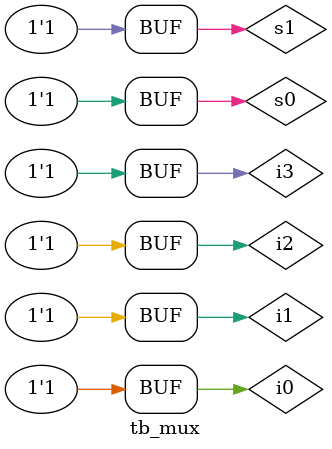
<source format=v>
module mux_41(I0,I1,I2,I3,S0,S1,Y);
     input I0,I1,I2,I3;
     input S0,S1;
     output Y;
assign Y=(I0&~S1&~S0);
assign Y=(I1&~S1&S0);
assign Y=(I2&S1&~S0);
assign Y=(I3&S1&S0);

endmodule 
/////////4*1 mux////////
module tb_mux();

reg i0,i1,i2,i3;
reg s0,s1;
wire y;
mux_41 f1(i0,i1,i2,i3,s0,s1,y);
initial
begin
i0=1; i1=1; i2=1; i3=1;
s0=0; s1=0;
#100
s0=0; s1=1;
#100
s0=1; s1=0;
#100
s0=1; s1=1;
end
endmodule


</source>
